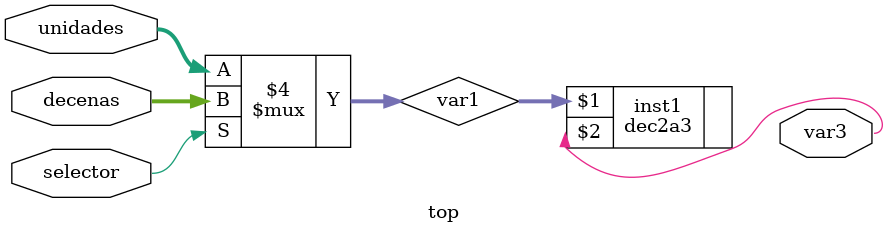
<source format=v>
module top(decenas, unidades, selector, var3);
	input [1:0] decenas;
	input [1:0] unidades;
	input selector;
	output var3;
	
	reg [1:0] var1=0; 
	
	dec2a3 inst1(var1,var3); 
		always @(decenas, unidades, selector)
			begin
				if(selector) begin	var1 = decenas; end
				else			 begin 	var1 = unidades;  end
			
			end
	
endmodule
	
	

</source>
